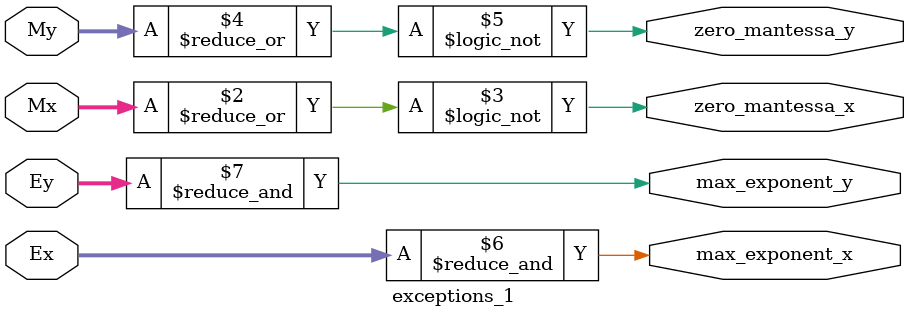
<source format=v>
module exceptions_1 (Ex , Ey , Mx , My , zero_mantessa_x , zero_mantessa_y , max_exponent_x , max_exponent_y);
input [7:0]Ex,Ey;
input [22:0]Mx,My;
output reg zero_mantessa_x , zero_mantessa_y , max_exponent_x , max_exponent_y;
always@(*)
begin
    zero_mantessa_x = ~| Mx;
    zero_mantessa_y = ~| My;
    max_exponent_x = & Ex;
    max_exponent_y = & Ey;
end
endmodule
</source>
